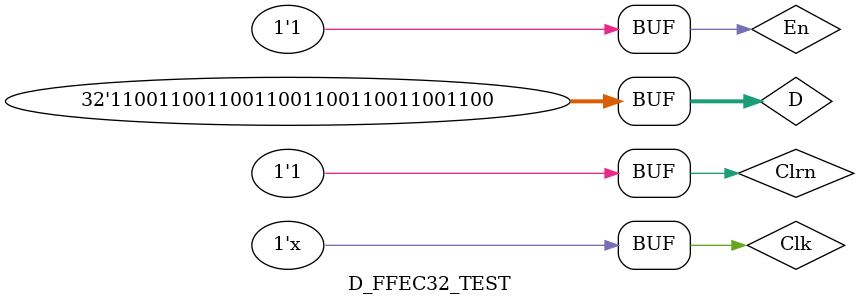
<source format=v>
`timescale 1ns / 1ps


module D_FFEC32(D,Clk,En,Clrn,Q,Qn);
    input [31:0]D;
    input Clk,En,Clrn;
    output [31:0] Q,Qn;
    D_FFEC d0(D[0],Clk,En,Clrn,Q[0],Qn[0]);
    D_FFEC d1(D[1],Clk,En,Clrn,Q[1],Qn[1]);
    D_FFEC d2(D[2],Clk,En,Clrn,Q[2],Qn[2]);
    D_FFEC d3(D[3],Clk,En,Clrn,Q[3],Qn[3]);
    D_FFEC d4(D[4],Clk,En,Clrn,Q[4],Qn[4]);
    D_FFEC d5(D[5],Clk,En,Clrn,Q[5],Qn[5]);
    D_FFEC d6(D[6],Clk,En,Clrn,Q[6],Qn[6]);
    D_FFEC d7(D[7],Clk,En,Clrn,Q[7],Qn[7]);
    D_FFEC d8(D[8],Clk,En,Clrn,Q[8],Qn[8]);
    D_FFEC d9(D[9],Clk,En,Clrn,Q[9],Qn[9]);
    D_FFEC d10(D[10],Clk,En,Clrn,Q[10],Qn[10]);
    D_FFEC d11(D[11],Clk,En,Clrn,Q[11],Qn[11]);
    D_FFEC d12(D[12],Clk,En,Clrn,Q[12],Qn[12]);
    D_FFEC d13(D[13],Clk,En,Clrn,Q[13],Qn[13]);
    D_FFEC d14(D[14],Clk,En,Clrn,Q[14],Qn[14]);
    D_FFEC d15(D[15],Clk,En,Clrn,Q[15],Qn[15]);
    D_FFEC d16(D[16],Clk,En,Clrn,Q[16],Qn[16]);
    D_FFEC d17(D[17],Clk,En,Clrn,Q[17],Qn[17]);
    D_FFEC d18(D[18],Clk,En,Clrn,Q[18],Qn[18]);
    D_FFEC d19(D[19],Clk,En,Clrn,Q[19],Qn[19]);
    D_FFEC d20(D[20],Clk,En,Clrn,Q[20],Qn[20]);
    D_FFEC d21(D[21],Clk,En,Clrn,Q[21],Qn[21]);
    D_FFEC d22(D[22],Clk,En,Clrn,Q[22],Qn[22]);
    D_FFEC d23(D[23],Clk,En,Clrn,Q[23],Qn[23]);
    D_FFEC d24(D[24],Clk,En,Clrn,Q[24],Qn[24]);
    D_FFEC d25(D[25],Clk,En,Clrn,Q[25],Qn[25]);
    D_FFEC d26(D[26],Clk,En,Clrn,Q[26],Qn[26]);
    D_FFEC d27(D[27],Clk,En,Clrn,Q[27],Qn[27]);
    D_FFEC d28(D[28],Clk,En,Clrn,Q[28],Qn[28]);
    D_FFEC d29(D[29],Clk,En,Clrn,Q[29],Qn[29]);
    D_FFEC d30(D[30],Clk,En,Clrn,Q[30],Qn[30]);
    D_FFEC d31(D[31],Clk,En,Clrn,Q[31],Qn[31]); 
endmodule

module D_FFEC32_TEST;
    reg [31:0]D;
    reg Clk, En, Clrn;
    wire [31:0] Q, Qn;
    always #20 Clk = ~Clk;
    D_FFEC32 D_FFEC32_test(.D(D), .Clk(Clk), .En(En), .Clrn(Clrn), .Q(Q), .Qn(Qn));
        initial begin
            Clk = 0;
            Clrn = 1;
            En = 1;
            D = 'b00001111000011110000111100001111;
            
            #40;
              
            D = 'b11110000111100001111000011110000;
            
            #40;
            
            D = 'b00110011001100110011001100110011;
            
            #40;
            
            D = 'b11001100110011001100110011001100;
            
            end
endmodule
            
            

</source>
